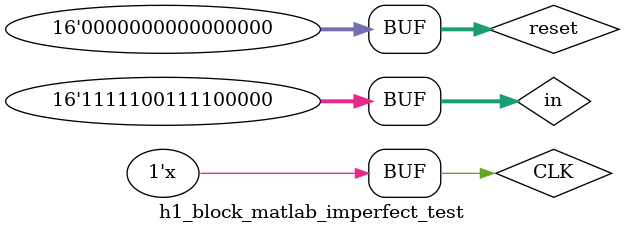
<source format=v>
`timescale 1ns / 1ps


module h1_block_matlab_imperfect_test;

	// Inputs
	reg [15:0] in;
	reg CLK;
	reg [15:0] reset;

	// Outputs
	wire [15:0] out;

	// Instantiate the Unit Under Test (UUT)
	h1_block_matlab_imperfect uut (
		.in(in), 
		.CLK(CLK), 
		.reset(reset),
		.out(out)
	);

	initial begin
		// Initialize Inputs
		in = 16'b1000010101100000;
		CLK = 0;
		reset = 16'b1111111111111111;

		// Wait 100 ns for global reset to finish
		#10;
		reset = 16'b0000000000000000;
		#10;
      in = 16'b0110110101100000;
		#20;
      in = 16'b0010110110010000;
		#20;
      in = 16'b1111100100000000;
		#20;
      in = 16'b1111100111100000;
		// Add stimulus here

	end
always begin #10; CLK <= ~CLK; end      
endmodule


</source>
